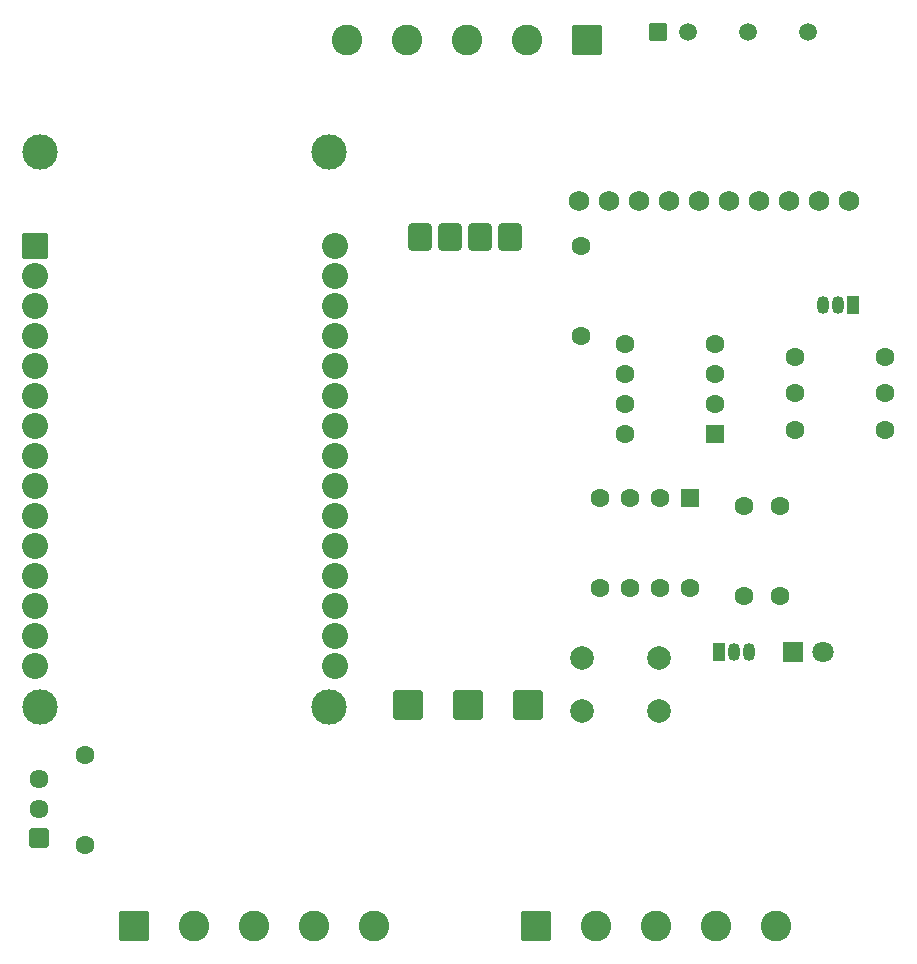
<source format=gbr>
%TF.GenerationSoftware,KiCad,Pcbnew,9.0.3*%
%TF.CreationDate,2026-01-26T07:39:55-05:00*%
%TF.ProjectId,SLAVE_V-C_INSOLATED,534c4156-455f-4562-9d43-5f494e534f4c,rev?*%
%TF.SameCoordinates,Original*%
%TF.FileFunction,Soldermask,Bot*%
%TF.FilePolarity,Negative*%
%FSLAX46Y46*%
G04 Gerber Fmt 4.6, Leading zero omitted, Abs format (unit mm)*
G04 Created by KiCad (PCBNEW 9.0.3) date 2026-01-26 07:39:55*
%MOMM*%
%LPD*%
G01*
G04 APERTURE LIST*
G04 Aperture macros list*
%AMRoundRect*
0 Rectangle with rounded corners*
0 $1 Rounding radius*
0 $2 $3 $4 $5 $6 $7 $8 $9 X,Y pos of 4 corners*
0 Add a 4 corners polygon primitive as box body*
4,1,4,$2,$3,$4,$5,$6,$7,$8,$9,$2,$3,0*
0 Add four circle primitives for the rounded corners*
1,1,$1+$1,$2,$3*
1,1,$1+$1,$4,$5*
1,1,$1+$1,$6,$7*
1,1,$1+$1,$8,$9*
0 Add four rect primitives between the rounded corners*
20,1,$1+$1,$2,$3,$4,$5,0*
20,1,$1+$1,$4,$5,$6,$7,0*
20,1,$1+$1,$6,$7,$8,$9,0*
20,1,$1+$1,$8,$9,$2,$3,0*%
G04 Aperture macros list end*
%ADD10RoundRect,0.250000X-0.750000X0.900000X-0.750000X-0.900000X0.750000X-0.900000X0.750000X0.900000X0*%
%ADD11RoundRect,0.250000X-1.020000X1.020000X-1.020000X-1.020000X1.020000X-1.020000X1.020000X1.020000X0*%
%ADD12C,1.600000*%
%ADD13C,2.000000*%
%ADD14RoundRect,0.102000X-0.644000X-0.644000X0.644000X-0.644000X0.644000X0.644000X-0.644000X0.644000X0*%
%ADD15C,1.492000*%
%ADD16RoundRect,0.102000X0.704000X-0.704000X0.704000X0.704000X-0.704000X0.704000X-0.704000X-0.704000X0*%
%ADD17C,1.612000*%
%ADD18R,1.800000X1.800000*%
%ADD19C,1.800000*%
%ADD20RoundRect,0.250000X1.050000X1.050000X-1.050000X1.050000X-1.050000X-1.050000X1.050000X-1.050000X0*%
%ADD21C,2.600000*%
%ADD22RoundRect,0.250000X0.550000X0.550000X-0.550000X0.550000X-0.550000X-0.550000X0.550000X-0.550000X0*%
%ADD23R,1.050000X1.500000*%
%ADD24O,1.050000X1.500000*%
%ADD25C,1.728000*%
%ADD26RoundRect,0.250000X-1.050000X-1.050000X1.050000X-1.050000X1.050000X1.050000X-1.050000X1.050000X0*%
%ADD27C,3.000000*%
%ADD28RoundRect,0.102000X-1.000000X-1.000000X1.000000X-1.000000X1.000000X1.000000X-1.000000X1.000000X0*%
%ADD29C,2.204000*%
%ADD30RoundRect,0.250000X-0.550000X0.550000X-0.550000X-0.550000X0.550000X-0.550000X0.550000X0.550000X0*%
G04 APERTURE END LIST*
D10*
%TO.C,U10*%
X141555000Y-71700000D03*
X139015000Y-71700000D03*
X136475000Y-71700000D03*
X133935000Y-71700000D03*
D11*
X143055000Y-111300000D03*
X137975000Y-111300000D03*
X132895000Y-111300000D03*
%TD*%
D12*
%TO.C,R1*%
X105580000Y-115550000D03*
X105580000Y-123170000D03*
%TD*%
D13*
%TO.C,SW2*%
X147650000Y-107300000D03*
X154150000Y-107300000D03*
X147650000Y-111800000D03*
X154150000Y-111800000D03*
%TD*%
D12*
%TO.C,R2*%
X147550000Y-72430000D03*
X147550000Y-80050000D03*
%TD*%
%TO.C,R4*%
X173320000Y-84900000D03*
X165700000Y-84900000D03*
%TD*%
D14*
%TO.C,PS1*%
X154060000Y-54300000D03*
D15*
X156600000Y-54300000D03*
X161680000Y-54300000D03*
X166760000Y-54300000D03*
%TD*%
D12*
%TO.C,R6*%
X173320000Y-88000000D03*
X165700000Y-88000000D03*
%TD*%
D16*
%TO.C,S1*%
X101650000Y-122582500D03*
D17*
X101650000Y-120082500D03*
X101650000Y-117582500D03*
%TD*%
D18*
%TO.C,D7*%
X165480000Y-106800000D03*
D19*
X168020000Y-106800000D03*
%TD*%
D12*
%TO.C,R5*%
X173320000Y-81850000D03*
X165700000Y-81850000D03*
%TD*%
%TO.C,R51*%
X164400000Y-94490000D03*
X164400000Y-102110000D03*
%TD*%
D20*
%TO.C,ANALOG_IN*%
X148080000Y-55000000D03*
D21*
X143000000Y-55000000D03*
X137920000Y-55000000D03*
X132840000Y-55000000D03*
X127760000Y-55000000D03*
%TD*%
D22*
%TO.C,U2*%
X158855000Y-88360000D03*
D12*
X158855000Y-85820000D03*
X158855000Y-83280000D03*
X158855000Y-80740000D03*
X151235000Y-80740000D03*
X151235000Y-83280000D03*
X151235000Y-85820000D03*
X151235000Y-88360000D03*
%TD*%
D23*
%TO.C,Q2*%
X170600000Y-77450000D03*
D24*
X169330000Y-77450000D03*
X168060000Y-77450000D03*
%TD*%
D25*
%TO.C,U4*%
X160080000Y-68640000D03*
X157540000Y-68640000D03*
X167700000Y-68640000D03*
X155000000Y-68640000D03*
X152460000Y-68640000D03*
X149920000Y-68640000D03*
X147380000Y-68640000D03*
X170240000Y-68640000D03*
X162620000Y-68640000D03*
X165160000Y-68640000D03*
%TD*%
D26*
%TO.C,MODBUS_IN*%
X143760000Y-130000000D03*
D21*
X148840000Y-130000000D03*
X153920000Y-130000000D03*
X159000000Y-130000000D03*
X164080000Y-130000000D03*
%TD*%
D27*
%TO.C,U3*%
X101720000Y-64525000D03*
X101720000Y-111475000D03*
X126230000Y-64525000D03*
X126230000Y-111475000D03*
D28*
X101300000Y-72485000D03*
D29*
X101300000Y-75025000D03*
X101300000Y-77565000D03*
X101300000Y-80105000D03*
X101300000Y-82645000D03*
X101300000Y-85185000D03*
X101300000Y-87725000D03*
X101300000Y-90265000D03*
X101300000Y-92805000D03*
X101300000Y-95345000D03*
X101300000Y-97885000D03*
X101300000Y-100425000D03*
X101300000Y-102965000D03*
X101300000Y-105505000D03*
X101300000Y-108045000D03*
X126700000Y-108045000D03*
X126700000Y-105505000D03*
X126700000Y-102965000D03*
X126700000Y-100425000D03*
X126700000Y-97885000D03*
X126700000Y-95345000D03*
X126700000Y-92805000D03*
X126700000Y-90265000D03*
X126700000Y-87725000D03*
X126700000Y-85185000D03*
X126700000Y-82645000D03*
X126700000Y-80105000D03*
X126700000Y-77565000D03*
X126700000Y-75025000D03*
X126700000Y-72485000D03*
%TD*%
D23*
%TO.C,Q1*%
X159230000Y-106860000D03*
D24*
X160500000Y-106860000D03*
X161770000Y-106860000D03*
%TD*%
D30*
%TO.C,SW1*%
X156800000Y-93830000D03*
D12*
X154260000Y-93830000D03*
X151720000Y-93830000D03*
X149180000Y-93830000D03*
X149180000Y-101450000D03*
X151720000Y-101450000D03*
X154260000Y-101450000D03*
X156800000Y-101450000D03*
%TD*%
D26*
%TO.C,MODBUS_OUT*%
X109680000Y-130000000D03*
D21*
X114760000Y-130000000D03*
X119840000Y-130000000D03*
X124920000Y-130000000D03*
X130000000Y-130000000D03*
%TD*%
D12*
%TO.C,R52*%
X161300000Y-102110000D03*
X161300000Y-94490000D03*
%TD*%
M02*

</source>
